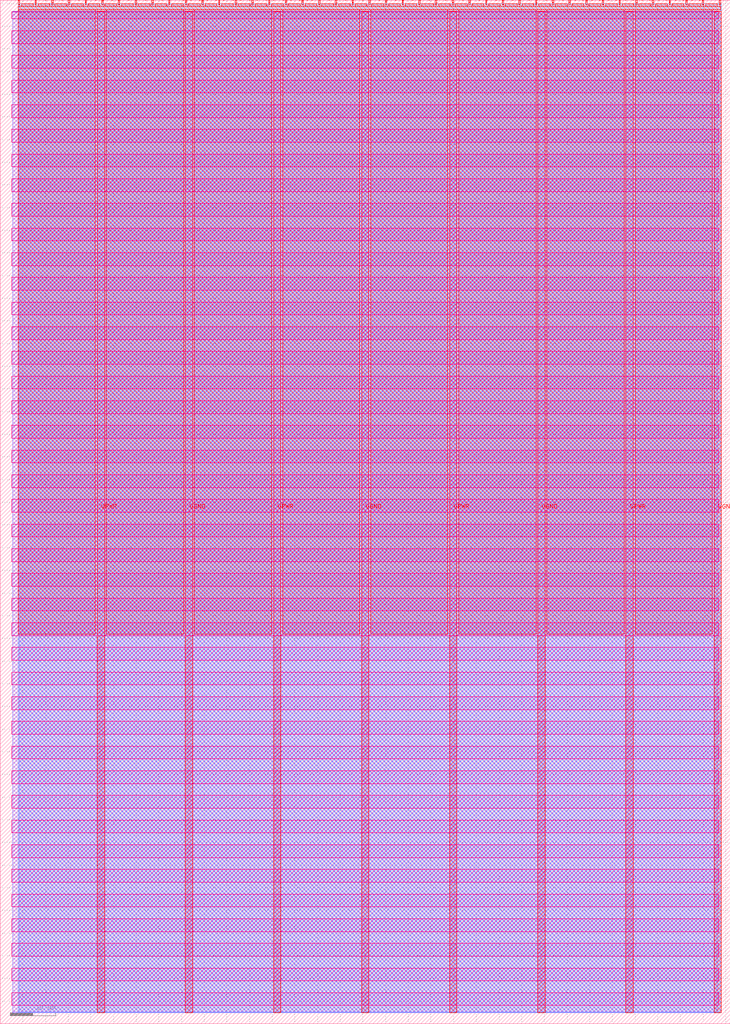
<source format=lef>
VERSION 5.7 ;
  NOWIREEXTENSIONATPIN ON ;
  DIVIDERCHAR "/" ;
  BUSBITCHARS "[]" ;
MACRO tt_um_hsc_tdc
  CLASS BLOCK ;
  FOREIGN tt_um_hsc_tdc ;
  ORIGIN 0.000 0.000 ;
  SIZE 161.000 BY 225.760 ;
  PIN VGND
    DIRECTION INOUT ;
    USE GROUND ;
    PORT
      LAYER met4 ;
        RECT 40.830 2.480 42.430 223.280 ;
    END
    PORT
      LAYER met4 ;
        RECT 79.700 2.480 81.300 223.280 ;
    END
    PORT
      LAYER met4 ;
        RECT 118.570 2.480 120.170 223.280 ;
    END
    PORT
      LAYER met4 ;
        RECT 157.440 2.480 159.040 223.280 ;
    END
  END VGND
  PIN VPWR
    DIRECTION INOUT ;
    USE POWER ;
    PORT
      LAYER met4 ;
        RECT 21.395 2.480 22.995 223.280 ;
    END
    PORT
      LAYER met4 ;
        RECT 60.265 2.480 61.865 223.280 ;
    END
    PORT
      LAYER met4 ;
        RECT 99.135 2.480 100.735 223.280 ;
    END
    PORT
      LAYER met4 ;
        RECT 138.005 2.480 139.605 223.280 ;
    END
  END VPWR
  PIN clk
    DIRECTION INPUT ;
    USE SIGNAL ;
    PORT
      LAYER met4 ;
        RECT 154.870 224.760 155.170 225.760 ;
    END
  END clk
  PIN ena
    DIRECTION INPUT ;
    USE SIGNAL ;
    ANTENNAGATEAREA 0.196500 ;
    PORT
      LAYER met4 ;
        RECT 158.550 224.760 158.850 225.760 ;
    END
  END ena
  PIN rst_n
    DIRECTION INPUT ;
    USE SIGNAL ;
    ANTENNAGATEAREA 0.690000 ;
    ANTENNADIFFAREA 0.434700 ;
    PORT
      LAYER met4 ;
        RECT 151.190 224.760 151.490 225.760 ;
    END
  END rst_n
  PIN ui_in[0]
    DIRECTION INPUT ;
    USE SIGNAL ;
    ANTENNAGATEAREA 0.852000 ;
    PORT
      LAYER met4 ;
        RECT 147.510 224.760 147.810 225.760 ;
    END
  END ui_in[0]
  PIN ui_in[1]
    DIRECTION INPUT ;
    USE SIGNAL ;
    ANTENNAGATEAREA 0.852000 ;
    PORT
      LAYER met4 ;
        RECT 143.830 224.760 144.130 225.760 ;
    END
  END ui_in[1]
  PIN ui_in[2]
    DIRECTION INPUT ;
    USE SIGNAL ;
    ANTENNAGATEAREA 0.196500 ;
    PORT
      LAYER met4 ;
        RECT 140.150 224.760 140.450 225.760 ;
    END
  END ui_in[2]
  PIN ui_in[3]
    DIRECTION INPUT ;
    USE SIGNAL ;
    ANTENNAGATEAREA 0.196500 ;
    PORT
      LAYER met4 ;
        RECT 136.470 224.760 136.770 225.760 ;
    END
  END ui_in[3]
  PIN ui_in[4]
    DIRECTION INPUT ;
    USE SIGNAL ;
    ANTENNAGATEAREA 0.196500 ;
    PORT
      LAYER met4 ;
        RECT 132.790 224.760 133.090 225.760 ;
    END
  END ui_in[4]
  PIN ui_in[5]
    DIRECTION INPUT ;
    USE SIGNAL ;
    ANTENNAGATEAREA 0.196500 ;
    PORT
      LAYER met4 ;
        RECT 129.110 224.760 129.410 225.760 ;
    END
  END ui_in[5]
  PIN ui_in[6]
    DIRECTION INPUT ;
    USE SIGNAL ;
    ANTENNAGATEAREA 0.196500 ;
    PORT
      LAYER met4 ;
        RECT 125.430 224.760 125.730 225.760 ;
    END
  END ui_in[6]
  PIN ui_in[7]
    DIRECTION INPUT ;
    USE SIGNAL ;
    PORT
      LAYER met4 ;
        RECT 121.750 224.760 122.050 225.760 ;
    END
  END ui_in[7]
  PIN uio_in[0]
    DIRECTION INPUT ;
    USE SIGNAL ;
    PORT
      LAYER met4 ;
        RECT 118.070 224.760 118.370 225.760 ;
    END
  END uio_in[0]
  PIN uio_in[1]
    DIRECTION INPUT ;
    USE SIGNAL ;
    PORT
      LAYER met4 ;
        RECT 114.390 224.760 114.690 225.760 ;
    END
  END uio_in[1]
  PIN uio_in[2]
    DIRECTION INPUT ;
    USE SIGNAL ;
    PORT
      LAYER met4 ;
        RECT 110.710 224.760 111.010 225.760 ;
    END
  END uio_in[2]
  PIN uio_in[3]
    DIRECTION INPUT ;
    USE SIGNAL ;
    PORT
      LAYER met4 ;
        RECT 107.030 224.760 107.330 225.760 ;
    END
  END uio_in[3]
  PIN uio_in[4]
    DIRECTION INPUT ;
    USE SIGNAL ;
    PORT
      LAYER met4 ;
        RECT 103.350 224.760 103.650 225.760 ;
    END
  END uio_in[4]
  PIN uio_in[5]
    DIRECTION INPUT ;
    USE SIGNAL ;
    PORT
      LAYER met4 ;
        RECT 99.670 224.760 99.970 225.760 ;
    END
  END uio_in[5]
  PIN uio_in[6]
    DIRECTION INPUT ;
    USE SIGNAL ;
    PORT
      LAYER met4 ;
        RECT 95.990 224.760 96.290 225.760 ;
    END
  END uio_in[6]
  PIN uio_in[7]
    DIRECTION INPUT ;
    USE SIGNAL ;
    PORT
      LAYER met4 ;
        RECT 92.310 224.760 92.610 225.760 ;
    END
  END uio_in[7]
  PIN uio_oe[0]
    DIRECTION OUTPUT TRISTATE ;
    USE SIGNAL ;
    PORT
      LAYER met4 ;
        RECT 29.750 224.760 30.050 225.760 ;
    END
  END uio_oe[0]
  PIN uio_oe[1]
    DIRECTION OUTPUT TRISTATE ;
    USE SIGNAL ;
    PORT
      LAYER met4 ;
        RECT 26.070 224.760 26.370 225.760 ;
    END
  END uio_oe[1]
  PIN uio_oe[2]
    DIRECTION OUTPUT TRISTATE ;
    USE SIGNAL ;
    PORT
      LAYER met4 ;
        RECT 22.390 224.760 22.690 225.760 ;
    END
  END uio_oe[2]
  PIN uio_oe[3]
    DIRECTION OUTPUT TRISTATE ;
    USE SIGNAL ;
    PORT
      LAYER met4 ;
        RECT 18.710 224.760 19.010 225.760 ;
    END
  END uio_oe[3]
  PIN uio_oe[4]
    DIRECTION OUTPUT TRISTATE ;
    USE SIGNAL ;
    PORT
      LAYER met4 ;
        RECT 15.030 224.760 15.330 225.760 ;
    END
  END uio_oe[4]
  PIN uio_oe[5]
    DIRECTION OUTPUT TRISTATE ;
    USE SIGNAL ;
    PORT
      LAYER met4 ;
        RECT 11.350 224.760 11.650 225.760 ;
    END
  END uio_oe[5]
  PIN uio_oe[6]
    DIRECTION OUTPUT TRISTATE ;
    USE SIGNAL ;
    PORT
      LAYER met4 ;
        RECT 7.670 224.760 7.970 225.760 ;
    END
  END uio_oe[6]
  PIN uio_oe[7]
    DIRECTION OUTPUT TRISTATE ;
    USE SIGNAL ;
    PORT
      LAYER met4 ;
        RECT 3.990 224.760 4.290 225.760 ;
    END
  END uio_oe[7]
  PIN uio_out[0]
    DIRECTION OUTPUT TRISTATE ;
    USE SIGNAL ;
    PORT
      LAYER met4 ;
        RECT 59.190 224.760 59.490 225.760 ;
    END
  END uio_out[0]
  PIN uio_out[1]
    DIRECTION OUTPUT TRISTATE ;
    USE SIGNAL ;
    PORT
      LAYER met4 ;
        RECT 55.510 224.760 55.810 225.760 ;
    END
  END uio_out[1]
  PIN uio_out[2]
    DIRECTION OUTPUT TRISTATE ;
    USE SIGNAL ;
    PORT
      LAYER met4 ;
        RECT 51.830 224.760 52.130 225.760 ;
    END
  END uio_out[2]
  PIN uio_out[3]
    DIRECTION OUTPUT TRISTATE ;
    USE SIGNAL ;
    PORT
      LAYER met4 ;
        RECT 48.150 224.760 48.450 225.760 ;
    END
  END uio_out[3]
  PIN uio_out[4]
    DIRECTION OUTPUT TRISTATE ;
    USE SIGNAL ;
    PORT
      LAYER met4 ;
        RECT 44.470 224.760 44.770 225.760 ;
    END
  END uio_out[4]
  PIN uio_out[5]
    DIRECTION OUTPUT TRISTATE ;
    USE SIGNAL ;
    PORT
      LAYER met4 ;
        RECT 40.790 224.760 41.090 225.760 ;
    END
  END uio_out[5]
  PIN uio_out[6]
    DIRECTION OUTPUT TRISTATE ;
    USE SIGNAL ;
    PORT
      LAYER met4 ;
        RECT 37.110 224.760 37.410 225.760 ;
    END
  END uio_out[6]
  PIN uio_out[7]
    DIRECTION OUTPUT TRISTATE ;
    USE SIGNAL ;
    PORT
      LAYER met4 ;
        RECT 33.430 224.760 33.730 225.760 ;
    END
  END uio_out[7]
  PIN uo_out[0]
    DIRECTION OUTPUT TRISTATE ;
    USE SIGNAL ;
    ANTENNAGATEAREA 0.247500 ;
    ANTENNADIFFAREA 0.445500 ;
    PORT
      LAYER met4 ;
        RECT 88.630 224.760 88.930 225.760 ;
    END
  END uo_out[0]
  PIN uo_out[1]
    DIRECTION OUTPUT TRISTATE ;
    USE SIGNAL ;
    ANTENNAGATEAREA 0.126000 ;
    ANTENNADIFFAREA 0.891000 ;
    PORT
      LAYER met4 ;
        RECT 84.950 224.760 85.250 225.760 ;
    END
  END uo_out[1]
  PIN uo_out[2]
    DIRECTION OUTPUT TRISTATE ;
    USE SIGNAL ;
    ANTENNAGATEAREA 0.126000 ;
    ANTENNADIFFAREA 0.891000 ;
    PORT
      LAYER met4 ;
        RECT 81.270 224.760 81.570 225.760 ;
    END
  END uo_out[2]
  PIN uo_out[3]
    DIRECTION OUTPUT TRISTATE ;
    USE SIGNAL ;
    ANTENNAGATEAREA 0.247500 ;
    ANTENNADIFFAREA 0.891000 ;
    PORT
      LAYER met4 ;
        RECT 77.590 224.760 77.890 225.760 ;
    END
  END uo_out[3]
  PIN uo_out[4]
    DIRECTION OUTPUT TRISTATE ;
    USE SIGNAL ;
    ANTENNAGATEAREA 0.247500 ;
    ANTENNADIFFAREA 0.891000 ;
    PORT
      LAYER met4 ;
        RECT 73.910 224.760 74.210 225.760 ;
    END
  END uo_out[4]
  PIN uo_out[5]
    DIRECTION OUTPUT TRISTATE ;
    USE SIGNAL ;
    ANTENNAGATEAREA 0.126000 ;
    ANTENNADIFFAREA 0.891000 ;
    PORT
      LAYER met4 ;
        RECT 70.230 224.760 70.530 225.760 ;
    END
  END uo_out[5]
  PIN uo_out[6]
    DIRECTION OUTPUT TRISTATE ;
    USE SIGNAL ;
    ANTENNAGATEAREA 0.247500 ;
    ANTENNADIFFAREA 0.891000 ;
    PORT
      LAYER met4 ;
        RECT 66.550 224.760 66.850 225.760 ;
    END
  END uo_out[6]
  PIN uo_out[7]
    DIRECTION OUTPUT TRISTATE ;
    USE SIGNAL ;
    ANTENNADIFFAREA 0.795200 ;
    PORT
      LAYER met4 ;
        RECT 62.870 224.760 63.170 225.760 ;
    END
  END uo_out[7]
  OBS
      LAYER nwell ;
        RECT 2.570 221.625 158.430 223.230 ;
        RECT 2.570 216.185 158.430 219.015 ;
        RECT 2.570 210.745 158.430 213.575 ;
        RECT 2.570 205.305 158.430 208.135 ;
        RECT 2.570 199.865 158.430 202.695 ;
        RECT 2.570 194.425 158.430 197.255 ;
        RECT 2.570 188.985 158.430 191.815 ;
        RECT 2.570 183.545 158.430 186.375 ;
        RECT 2.570 178.105 158.430 180.935 ;
        RECT 2.570 172.665 158.430 175.495 ;
        RECT 2.570 167.225 158.430 170.055 ;
        RECT 2.570 161.785 158.430 164.615 ;
        RECT 2.570 156.345 158.430 159.175 ;
        RECT 2.570 150.905 158.430 153.735 ;
        RECT 2.570 145.465 158.430 148.295 ;
        RECT 2.570 140.025 158.430 142.855 ;
        RECT 2.570 134.585 158.430 137.415 ;
        RECT 2.570 129.145 158.430 131.975 ;
        RECT 2.570 123.705 158.430 126.535 ;
        RECT 2.570 118.265 158.430 121.095 ;
        RECT 2.570 112.825 158.430 115.655 ;
        RECT 2.570 107.385 158.430 110.215 ;
        RECT 2.570 101.945 158.430 104.775 ;
        RECT 2.570 96.505 158.430 99.335 ;
        RECT 2.570 91.065 158.430 93.895 ;
        RECT 2.570 85.625 158.430 88.455 ;
        RECT 2.570 80.185 158.430 83.015 ;
        RECT 2.570 74.745 158.430 77.575 ;
        RECT 2.570 69.305 158.430 72.135 ;
        RECT 2.570 63.865 158.430 66.695 ;
        RECT 2.570 58.425 158.430 61.255 ;
        RECT 2.570 52.985 158.430 55.815 ;
        RECT 2.570 47.545 158.430 50.375 ;
        RECT 2.570 42.105 158.430 44.935 ;
        RECT 2.570 36.665 158.430 39.495 ;
        RECT 2.570 31.225 158.430 34.055 ;
        RECT 2.570 25.785 158.430 28.615 ;
        RECT 2.570 20.345 158.430 23.175 ;
        RECT 2.570 14.905 158.430 17.735 ;
        RECT 2.570 9.465 158.430 12.295 ;
        RECT 2.570 4.025 158.430 6.855 ;
      LAYER li1 ;
        RECT 2.760 2.635 158.240 223.125 ;
      LAYER met1 ;
        RECT 2.760 2.480 159.040 223.280 ;
      LAYER met2 ;
        RECT 4.230 2.535 159.010 224.925 ;
      LAYER met3 ;
        RECT 3.950 2.555 159.030 224.905 ;
      LAYER met4 ;
        RECT 4.690 224.360 7.270 224.905 ;
        RECT 8.370 224.360 10.950 224.905 ;
        RECT 12.050 224.360 14.630 224.905 ;
        RECT 15.730 224.360 18.310 224.905 ;
        RECT 19.410 224.360 21.990 224.905 ;
        RECT 23.090 224.360 25.670 224.905 ;
        RECT 26.770 224.360 29.350 224.905 ;
        RECT 30.450 224.360 33.030 224.905 ;
        RECT 34.130 224.360 36.710 224.905 ;
        RECT 37.810 224.360 40.390 224.905 ;
        RECT 41.490 224.360 44.070 224.905 ;
        RECT 45.170 224.360 47.750 224.905 ;
        RECT 48.850 224.360 51.430 224.905 ;
        RECT 52.530 224.360 55.110 224.905 ;
        RECT 56.210 224.360 58.790 224.905 ;
        RECT 59.890 224.360 62.470 224.905 ;
        RECT 63.570 224.360 66.150 224.905 ;
        RECT 67.250 224.360 69.830 224.905 ;
        RECT 70.930 224.360 73.510 224.905 ;
        RECT 74.610 224.360 77.190 224.905 ;
        RECT 78.290 224.360 80.870 224.905 ;
        RECT 81.970 224.360 84.550 224.905 ;
        RECT 85.650 224.360 88.230 224.905 ;
        RECT 89.330 224.360 91.910 224.905 ;
        RECT 93.010 224.360 95.590 224.905 ;
        RECT 96.690 224.360 99.270 224.905 ;
        RECT 100.370 224.360 102.950 224.905 ;
        RECT 104.050 224.360 106.630 224.905 ;
        RECT 107.730 224.360 110.310 224.905 ;
        RECT 111.410 224.360 113.990 224.905 ;
        RECT 115.090 224.360 117.670 224.905 ;
        RECT 118.770 224.360 121.350 224.905 ;
        RECT 122.450 224.360 125.030 224.905 ;
        RECT 126.130 224.360 128.710 224.905 ;
        RECT 129.810 224.360 132.390 224.905 ;
        RECT 133.490 224.360 136.070 224.905 ;
        RECT 137.170 224.360 139.750 224.905 ;
        RECT 140.850 224.360 143.430 224.905 ;
        RECT 144.530 224.360 147.110 224.905 ;
        RECT 148.210 224.360 150.790 224.905 ;
        RECT 151.890 224.360 154.470 224.905 ;
        RECT 155.570 224.360 158.150 224.905 ;
        RECT 3.975 223.680 158.865 224.360 ;
        RECT 3.975 85.855 20.995 223.680 ;
        RECT 23.395 85.855 40.430 223.680 ;
        RECT 42.830 85.855 59.865 223.680 ;
        RECT 62.265 85.855 79.300 223.680 ;
        RECT 81.700 85.855 98.735 223.680 ;
        RECT 101.135 85.855 118.170 223.680 ;
        RECT 120.570 85.855 137.605 223.680 ;
        RECT 140.005 85.855 157.040 223.680 ;
  END
END tt_um_hsc_tdc
END LIBRARY


</source>
